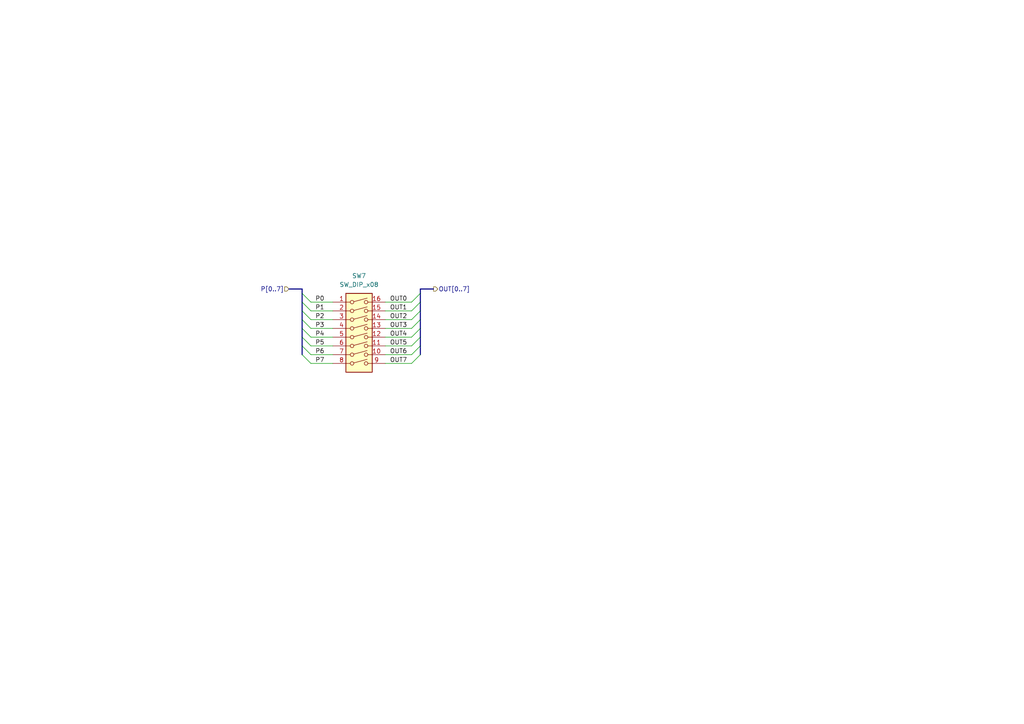
<source format=kicad_sch>
(kicad_sch (version 20250114) (generator "eeschema") (generator_version "9.0")
  (paper "A4")
  (lib_symbols
    (symbol "Switch:SW_DIP_x08" (pin_names (offset 0) (hide yes))
      (property "Reference" "SW" (at 0 13.97 0))
      (property "Value" "SW_DIP_x08" (at 0 -11.43 0))
      (symbol "SW_DIP_x08_0_0"
        (circle (center -2.032 10.16) (radius 0.508))
        (circle (center -2.032 7.62) (radius 0.508))
        (circle (center -2.032 5.08) (radius 0.508))
        (circle (center -2.032 2.54) (radius 0.508))
        (circle (center -2.032 0) (radius 0.508))
        (circle (center -2.032 -2.54) (radius 0.508))
        (circle (center -2.032 -5.08) (radius 0.508))
        (circle (center -2.032 -7.62) (radius 0.508))
        (polyline (pts (xy -1.524 10.287) (xy 2.3622 11.3284)))
        (polyline (pts (xy -1.524 7.747) (xy 2.3622 8.7884)))
        (polyline (pts (xy -1.524 5.207) (xy 2.3622 6.2484)))
        (polyline (pts (xy -1.524 2.667) (xy 2.3622 3.7084)))
        (polyline (pts (xy -1.524 0.127) (xy 2.3622 1.1684)))
        (polyline (pts (xy -1.524 -2.3876) (xy 2.3622 -1.3462)))
        (polyline (pts (xy -1.524 -4.9276) (xy 2.3622 -3.8862)))
        (polyline (pts (xy -1.524 -7.4676) (xy 2.3622 -6.4262)))
        (circle (center 2.032 10.16) (radius 0.508))
        (circle (center 2.032 7.62) (radius 0.508))
        (circle (center 2.032 5.08) (radius 0.508))
        (circle (center 2.032 2.54) (radius 0.508))
        (circle (center 2.032 0) (radius 0.508))
        (circle (center 2.032 -2.54) (radius 0.508))
        (circle (center 2.032 -5.08) (radius 0.508))
        (circle (center 2.032 -7.62) (radius 0.508))
      )
      (symbol "SW_DIP_x08_0_1"
        (rectangle (start -3.81 12.7) (end 3.81 -10.16) (stroke (width 0.254)) (fill (type background)))
      )
      (symbol "SW_DIP_x08_1_1"
        (pin passive line (at -7.62 10.16 0) (length 5.08) (name "~") (number "1"))
        (pin passive line (at -7.62 7.62 0) (length 5.08) (name "~") (number "2"))
        (pin passive line (at -7.62 5.08 0) (length 5.08) (name "~") (number "3"))
        (pin passive line (at -7.62 2.54 0) (length 5.08) (name "~") (number "4"))
        (pin passive line (at -7.62 0 0) (length 5.08) (name "~") (number "5"))
        (pin passive line (at -7.62 -2.54 0) (length 5.08) (name "~") (number "6"))
        (pin passive line (at -7.62 -5.08 0) (length 5.08) (name "~") (number "7"))
        (pin passive line (at -7.62 -7.62 0) (length 5.08) (name "~") (number "8"))
        (pin passive line (at 7.62 10.16 180) (length 5.08) (name "~") (number "16"))
        (pin passive line (at 7.62 7.62 180) (length 5.08) (name "~") (number "15"))
        (pin passive line (at 7.62 5.08 180) (length 5.08) (name "~") (number "14"))
        (pin passive line (at 7.62 2.54 180) (length 5.08) (name "~") (number "13"))
        (pin passive line (at 7.62 0 180) (length 5.08) (name "~") (number "12"))
        (pin passive line (at 7.62 -2.54 180) (length 5.08) (name "~") (number "11"))
        (pin passive line (at 7.62 -5.08 180) (length 5.08) (name "~") (number "10"))
        (pin passive line (at 7.62 -7.62 180) (length 5.08) (name "~") (number "9"))
      )
    )
  )
  (bus_entry (at 121.92 92.71) (size -2.54 2.54))
  (bus_entry (at 121.92 100.33) (size -2.54 2.54))
  (bus_entry (at 87.63 100.33) (size 2.54 2.54))
  (bus_entry (at 87.63 90.17) (size 2.54 2.54))
  (bus_entry (at 87.63 85.09) (size 2.54 2.54))
  (bus_entry (at 121.92 97.79) (size -2.54 2.54))
  (bus_entry (at 121.92 90.17) (size -2.54 2.54))
  (bus_entry (at 87.63 92.71) (size 2.54 2.54))
  (bus_entry (at 121.92 87.63) (size -2.54 2.54))
  (bus_entry (at 121.92 85.09) (size -2.54 2.54))
  (bus_entry (at 121.92 95.25) (size -2.54 2.54))
  (bus_entry (at 87.63 95.25) (size 2.54 2.54))
  (bus_entry (at 87.63 97.79) (size 2.54 2.54))
  (bus_entry (at 121.92 102.87) (size -2.54 2.54))
  (bus_entry (at 87.63 102.87) (size 2.54 2.54))
  (bus_entry (at 87.63 87.63) (size 2.54 2.54))
  (wire (pts (xy 90.17 102.87) (xy 96.52 102.87)))
  (wire (pts (xy 111.76 92.71) (xy 119.38 92.71)))
  (bus (pts (xy 87.63 87.63) (xy 87.63 90.17)))
  (bus (pts (xy 121.92 100.33) (xy 121.92 102.87)))
  (bus (pts (xy 83.82 83.82) (xy 87.63 83.82)))
  (wire (pts (xy 90.17 97.79) (xy 96.52 97.79)))
  (wire (pts (xy 90.17 87.63) (xy 96.52 87.63)))
  (bus (pts (xy 87.63 90.17) (xy 87.63 92.71)))
  (bus (pts (xy 125.73 83.82) (xy 121.92 83.82)))
  (bus (pts (xy 87.63 92.71) (xy 87.63 95.25)))
  (wire (pts (xy 111.76 87.63) (xy 119.38 87.63)))
  (bus (pts (xy 121.92 83.82) (xy 121.92 85.09)))
  (wire (pts (xy 111.76 95.25) (xy 119.38 95.25)))
  (wire (pts (xy 111.76 102.87) (xy 119.38 102.87)))
  (wire (pts (xy 111.76 100.33) (xy 119.38 100.33)))
  (bus (pts (xy 121.92 87.63) (xy 121.92 90.17)))
  (bus (pts (xy 121.92 97.79) (xy 121.92 100.33)))
  (bus (pts (xy 121.92 92.71) (xy 121.92 95.25)))
  (bus (pts (xy 121.92 90.17) (xy 121.92 92.71)))
  (bus (pts (xy 87.63 97.79) (xy 87.63 100.33)))
  (wire (pts (xy 111.76 105.41) (xy 119.38 105.41)))
  (bus (pts (xy 87.63 95.25) (xy 87.63 97.79)))
  (wire (pts (xy 111.76 97.79) (xy 119.38 97.79)))
  (bus (pts (xy 121.92 95.25) (xy 121.92 97.79)))
  (bus (pts (xy 87.63 100.33) (xy 87.63 102.87)))
  (wire (pts (xy 90.17 95.25) (xy 96.52 95.25)))
  (wire (pts (xy 111.76 90.17) (xy 119.38 90.17)))
  (bus (pts (xy 121.92 85.09) (xy 121.92 87.63)))
  (wire (pts (xy 90.17 90.17) (xy 96.52 90.17)))
  (wire (pts (xy 90.17 100.33) (xy 96.52 100.33)))
  (wire (pts (xy 90.17 105.41) (xy 96.52 105.41)))
  (bus (pts (xy 87.63 85.09) (xy 87.63 87.63)))
  (wire (pts (xy 90.17 92.71) (xy 96.52 92.71)))
  (bus (pts (xy 87.63 83.82) (xy 87.63 85.09)))
  (label "P1" (at 91.44 90.17 0))
  (label "OUT6" (at 118.11 102.87 180))
  (label "P3" (at 91.44 95.25 0))
  (label "P2" (at 91.44 92.71 0))
  (label "P7" (at 91.44 105.41 0))
  (label "OUT3" (at 118.11 95.25 180))
  (label "OUT2" (at 118.11 92.71 180))
  (label "P4" (at 91.44 97.79 0))
  (label "OUT4" (at 118.11 97.79 180))
  (label "OUT7" (at 118.11 105.41 180))
  (label "P5" (at 91.44 100.33 0))
  (label "P6" (at 91.44 102.87 0))
  (label "OUT0" (at 118.11 87.63 180))
  (label "OUT1" (at 118.11 90.17 180))
  (label "P0" (at 91.44 87.63 0))
  (label "OUT5" (at 118.11 100.33 180))
  (hierarchical_label "P[0..7]" (shape input) (at 83.82 83.82 180))
  (hierarchical_label "OUT[0..7]" (shape output) (at 125.73 83.82 0))
  (symbol (lib_id "Switch:SW_DIP_x08") (at 104.14 97.79 0) (unit 1)
    (property "Reference" "SW" (at 104.14 80.01 0))
    (property "Value" "SW_DIP_x08" (at 104.14 82.55 0))
    (property "Footprint" "Button_Switch_SMD:SW_DIP_SPSTx08_Slide_6.7x21.88mm_W6.73mm_P2.54mm_LowProfile_JPin" (effects (hide yes)))
    (property "Description" "8x DIP Switch, Single Pole Single Throw (SPST) switch, small symbol" (effects (hide yes)))
    (instances (project "esp32-didatic-kit" (path "" (reference "SW7") (unit 1))))
  )
)
</source>
